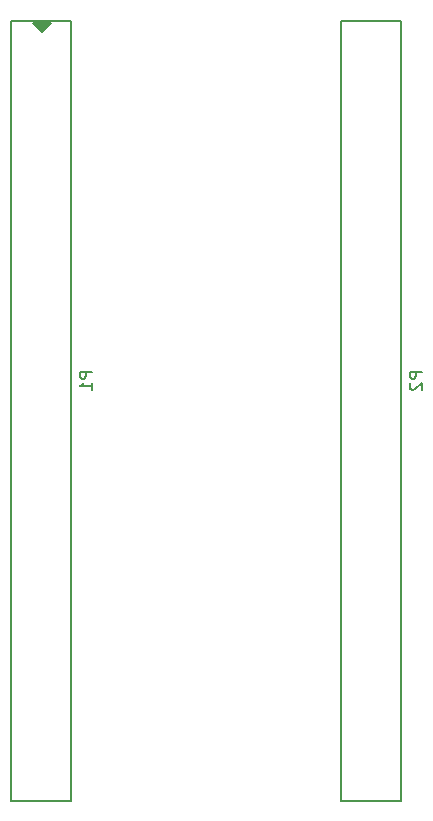
<source format=gbo>
G04 #@! TF.GenerationSoftware,KiCad,Pcbnew,(5.1.8-0-10_14)*
G04 #@! TF.CreationDate,2020-12-29T19:16:56-08:00*
G04 #@! TF.ProjectId,ADC,4144432e-6b69-4636-9164-5f7063625858,rev?*
G04 #@! TF.SameCoordinates,Original*
G04 #@! TF.FileFunction,Legend,Bot*
G04 #@! TF.FilePolarity,Positive*
%FSLAX46Y46*%
G04 Gerber Fmt 4.6, Leading zero omitted, Abs format (unit mm)*
G04 Created by KiCad (PCBNEW (5.1.8-0-10_14)) date 2020-12-29 19:16:56*
%MOMM*%
%LPD*%
G01*
G04 APERTURE LIST*
%ADD10C,0.200000*%
%ADD11C,0.150000*%
G04 APERTURE END LIST*
D10*
X109300974Y-54069066D02*
X109046974Y-53815066D01*
X109554974Y-53815066D02*
X109300974Y-54069066D01*
X109554974Y-54069066D02*
X109554974Y-53815066D01*
X109046974Y-54069066D02*
X109554974Y-54069066D01*
X109046974Y-53561066D02*
X109046974Y-54069066D01*
X109300974Y-53815066D02*
X109046974Y-53561066D01*
X109554974Y-53561066D02*
X109300974Y-53815066D01*
X109554974Y-53815066D02*
X109554974Y-53561066D01*
X109808974Y-53561066D02*
X109554974Y-53815066D01*
X109808974Y-53815066D02*
X109808974Y-53561066D01*
X109046974Y-53815066D02*
X109808974Y-53815066D01*
X108792974Y-53561066D02*
X109046974Y-53815066D01*
X108792974Y-53815066D02*
X108792974Y-53561066D01*
X109046974Y-53815066D02*
X108792974Y-53815066D01*
X109300974Y-53561066D02*
X109046974Y-53815066D01*
X109300974Y-54323066D02*
X109300974Y-53561066D01*
X110062974Y-53561066D02*
X108538974Y-53561066D01*
X109300974Y-54323066D02*
X110062974Y-53561066D01*
X108538974Y-53561066D02*
X109300974Y-54323066D01*
D11*
X106680000Y-119380000D02*
X111760000Y-119380000D01*
X106680000Y-53340000D02*
X111760000Y-53340000D01*
X106680000Y-53340000D02*
X106680000Y-119380000D01*
X111760000Y-119380000D02*
X111760000Y-53340000D01*
X134620000Y-119380000D02*
X139700000Y-119380000D01*
X134620000Y-53340000D02*
X139700000Y-53340000D01*
X134620000Y-53340000D02*
X134620000Y-119380000D01*
X139700000Y-119380000D02*
X139700000Y-53340000D01*
X113482380Y-83081904D02*
X112482380Y-83081904D01*
X112482380Y-83462857D01*
X112530000Y-83558095D01*
X112577619Y-83605714D01*
X112672857Y-83653333D01*
X112815714Y-83653333D01*
X112910952Y-83605714D01*
X112958571Y-83558095D01*
X113006190Y-83462857D01*
X113006190Y-83081904D01*
X113482380Y-84605714D02*
X113482380Y-84034285D01*
X113482380Y-84320000D02*
X112482380Y-84320000D01*
X112625238Y-84224761D01*
X112720476Y-84129523D01*
X112768095Y-84034285D01*
X141422380Y-83081904D02*
X140422380Y-83081904D01*
X140422380Y-83462857D01*
X140470000Y-83558095D01*
X140517619Y-83605714D01*
X140612857Y-83653333D01*
X140755714Y-83653333D01*
X140850952Y-83605714D01*
X140898571Y-83558095D01*
X140946190Y-83462857D01*
X140946190Y-83081904D01*
X140517619Y-84034285D02*
X140470000Y-84081904D01*
X140422380Y-84177142D01*
X140422380Y-84415238D01*
X140470000Y-84510476D01*
X140517619Y-84558095D01*
X140612857Y-84605714D01*
X140708095Y-84605714D01*
X140850952Y-84558095D01*
X141422380Y-83986666D01*
X141422380Y-84605714D01*
M02*

</source>
